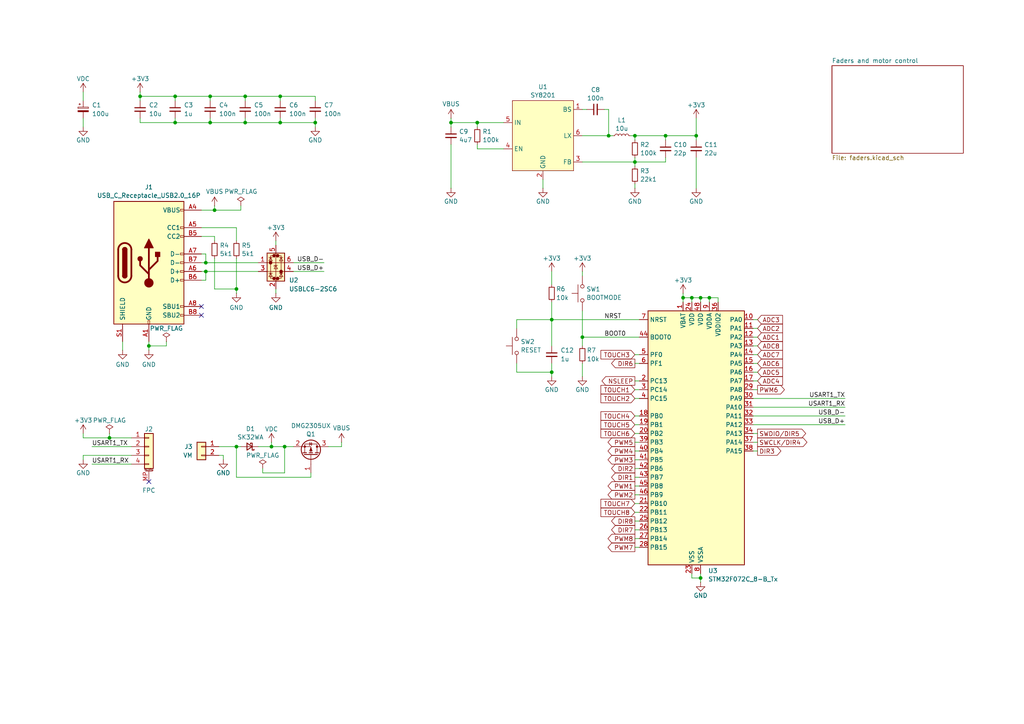
<source format=kicad_sch>
(kicad_sch (version 20231120) (generator "eeschema") (generator_version "8.0")
  (paper "A4")
  (lib_symbols
    (symbol "Connector:USB_C_Receptacle_USB2.0_16P" (pin_names (offset 1.016))
      (property "Reference" "J" (at 0 22.225 0))
      (property "Value" "USB_C_Receptacle_USB2.0_16P" (at 0 19.685 0))
      (symbol "USB_C_Receptacle_USB2.0_16P_0_0"
        (rectangle (start -0.254 -17.78) (end 0.254 -16.764))
        (rectangle (start 10.16 -14.986) (end 9.144 -15.494))
        (rectangle (start 10.16 -12.446) (end 9.144 -12.954))
        (rectangle (start 10.16 -4.826) (end 9.144 -5.334))
        (rectangle (start 10.16 -2.286) (end 9.144 -2.794))
        (rectangle (start 10.16 0.254) (end 9.144 -0.254))
        (rectangle (start 10.16 2.794) (end 9.144 2.286))
        (rectangle (start 10.16 7.874) (end 9.144 7.366))
        (rectangle (start 10.16 10.414) (end 9.144 9.906))
        (rectangle (start 10.16 15.494) (end 9.144 14.986))
      )
      (symbol "USB_C_Receptacle_USB2.0_16P_0_1"
        (rectangle (start -10.16 17.78) (end 10.16 -17.78) (stroke (width 0.254)) (fill (type background)))
        (arc (start -8.89 -3.81) (mid -6.985 -5.7067) (end -5.08 -3.81) (stroke (width 0.508)))
        (arc (start -7.62 -3.81) (mid -6.985 -4.4423) (end -6.35 -3.81) (stroke (width 0.254)))
        (arc (start -7.62 -3.81) (mid -6.985 -4.4423) (end -6.35 -3.81) (stroke (width 0.254)) (fill (type outline)))
        (rectangle (start -7.62 -3.81) (end -6.35 3.81) (stroke (width 0.254)) (fill (type outline)))
        (arc (start -6.35 3.81) (mid -6.985 4.4423) (end -7.62 3.81) (stroke (width 0.254)))
        (arc (start -6.35 3.81) (mid -6.985 4.4423) (end -7.62 3.81) (stroke (width 0.254)) (fill (type outline)))
        (arc (start -5.08 3.81) (mid -6.985 5.7067) (end -8.89 3.81) (stroke (width 0.508)))
        (circle (center -2.54 1.143) (radius 0.635) (stroke (width 0.254)) (fill (type outline)))
        (circle (center 0 -5.842) (radius 1.27) (fill (type outline)))
        (polyline (pts (xy -8.89 -3.81) (xy -8.89 3.81)) (stroke (width 0.508)))
        (polyline (pts (xy -5.08 3.81) (xy -5.08 -3.81)) (stroke (width 0.508)))
        (polyline (pts (xy 0 -5.842) (xy 0 4.318)) (stroke (width 0.508)))
        (polyline (pts (xy 0 -3.302) (xy -2.54 -0.762) (xy -2.54 0.508)) (stroke (width 0.508)))
        (polyline (pts (xy 0 -2.032) (xy 2.54 0.508) (xy 2.54 1.778)) (stroke (width 0.508)))
        (polyline (pts (xy -1.27 4.318) (xy 0 6.858) (xy 1.27 4.318) (xy -1.27 4.318)) (stroke (width 0.254)) (fill (type outline)))
        (rectangle (start 1.905 1.778) (end 3.175 3.048) (stroke (width 0.254)) (fill (type outline)))
      )
      (symbol "USB_C_Receptacle_USB2.0_16P_1_1"
        (pin passive line (at 0 -22.86 90) (length 5.08) (name "GND") (number "A1"))
        (pin passive line (at 0 -22.86 90) (length 5.08) hide (name "GND") (number "A12"))
        (pin passive line (at 15.24 15.24 180) (length 5.08) (name "VBUS") (number "A4"))
        (pin bidirectional line (at 15.24 10.16 180) (length 5.08) (name "CC1") (number "A5"))
        (pin bidirectional line (at 15.24 -2.54 180) (length 5.08) (name "D+") (number "A6"))
        (pin bidirectional line (at 15.24 2.54 180) (length 5.08) (name "D-") (number "A7"))
        (pin bidirectional line (at 15.24 -12.7 180) (length 5.08) (name "SBU1") (number "A8"))
        (pin passive line (at 15.24 15.24 180) (length 5.08) hide (name "VBUS") (number "A9"))
        (pin passive line (at 0 -22.86 90) (length 5.08) hide (name "GND") (number "B1"))
        (pin passive line (at 0 -22.86 90) (length 5.08) hide (name "GND") (number "B12"))
        (pin passive line (at 15.24 15.24 180) (length 5.08) hide (name "VBUS") (number "B4"))
        (pin bidirectional line (at 15.24 7.62 180) (length 5.08) (name "CC2") (number "B5"))
        (pin bidirectional line (at 15.24 -5.08 180) (length 5.08) (name "D+") (number "B6"))
        (pin bidirectional line (at 15.24 0 180) (length 5.08) (name "D-") (number "B7"))
        (pin bidirectional line (at 15.24 -15.24 180) (length 5.08) (name "SBU2") (number "B8"))
        (pin passive line (at 15.24 15.24 180) (length 5.08) hide (name "VBUS") (number "B9"))
        (pin passive line (at -7.62 -22.86 90) (length 5.08) (name "SHIELD") (number "S1"))
      )
    )
    (symbol "Connector_Generic:Conn_01x02" (pin_names (offset 1.016) hide)
      (property "Reference" "J" (at 0 2.54 0))
      (property "Value" "Conn_01x02" (at 0 -5.08 0))
      (symbol "Conn_01x02_1_1"
        (rectangle (start -1.27 -2.413) (end 0 -2.667) (stroke (width 0.1524)))
        (rectangle (start -1.27 0.127) (end 0 -0.127) (stroke (width 0.1524)))
        (rectangle (start -1.27 1.27) (end 1.27 -3.81) (stroke (width 0.254)) (fill (type background)))
        (pin passive line (at -5.08 0 0) (length 3.81) (name "Pin_1") (number "1"))
        (pin passive line (at -5.08 -2.54 0) (length 3.81) (name "Pin_2") (number "2"))
      )
    )
    (symbol "Connector_Generic_MountingPin:Conn_01x04_MountingPin" (pin_names (offset 1.016) hide)
      (property "Reference" "J" (at 0 5.08 0))
      (property "Value" "Conn_01x04_MountingPin" (at 1.27 -7.62 0))
      (symbol "Conn_01x04_MountingPin_1_1"
        (rectangle (start -1.27 -4.953) (end 0 -5.207) (stroke (width 0.1524)))
        (rectangle (start -1.27 -2.413) (end 0 -2.667) (stroke (width 0.1524)))
        (rectangle (start -1.27 0.127) (end 0 -0.127) (stroke (width 0.1524)))
        (rectangle (start -1.27 2.667) (end 0 2.413) (stroke (width 0.1524)))
        (rectangle (start -1.27 3.81) (end 1.27 -6.35) (stroke (width 0.254)) (fill (type background)))
        (polyline (pts (xy -1.016 -7.112) (xy 1.016 -7.112)) (stroke (width 0.1524)))
        (text "Mounting" (at 0 -6.731 0) (effects (font (size 0.381 0.381))))
        (pin passive line (at -5.08 2.54 0) (length 3.81) (name "Pin_1") (number "1"))
        (pin passive line (at -5.08 0 0) (length 3.81) (name "Pin_2") (number "2"))
        (pin passive line (at -5.08 -2.54 0) (length 3.81) (name "Pin_3") (number "3"))
        (pin passive line (at -5.08 -5.08 0) (length 3.81) (name "Pin_4") (number "4"))
        (pin passive line (at 0 -10.16 90) (length 3.048) (name "MountPin") (number "MP"))
      )
    )
    (symbol "Device:C_Polarized_Small" (pin_numbers hide) (pin_names (offset 0.254) hide)
      (property "Reference" "C" (at 0.254 1.778 0))
      (property "Value" "C_Polarized_Small" (at 0.254 -2.032 0))
      (symbol "C_Polarized_Small_0_1"
        (rectangle (start -1.524 -0.3048) (end 1.524 -0.6858) (fill (type outline)))
        (rectangle (start -1.524 0.6858) (end 1.524 0.3048))
        (polyline (pts (xy -1.27 1.524) (xy -0.762 1.524)))
        (polyline (pts (xy -1.016 1.27) (xy -1.016 1.778)))
      )
      (symbol "C_Polarized_Small_1_1"
        (pin passive line (at 0 2.54 270) (length 1.8542) (name "~") (number "1"))
        (pin passive line (at 0 -2.54 90) (length 1.8542) (name "~") (number "2"))
      )
    )
    (symbol "Device:C_Small" (pin_numbers hide) (pin_names (offset 0.254) hide)
      (property "Reference" "C" (at 0.254 1.778 0))
      (property "Value" "C_Small" (at 0.254 -2.032 0))
      (symbol "C_Small_0_1"
        (polyline (pts (xy -1.524 -0.508) (xy 1.524 -0.508)) (stroke (width 0.3302)))
        (polyline (pts (xy -1.524 0.508) (xy 1.524 0.508)) (stroke (width 0.3048)))
      )
      (symbol "C_Small_1_1"
        (pin passive line (at 0 2.54 270) (length 2.032) (name "~") (number "1"))
        (pin passive line (at 0 -2.54 90) (length 2.032) (name "~") (number "2"))
      )
    )
    (symbol "Device:D_Schottky_Small" (pin_numbers hide) (pin_names (offset 0.254) hide)
      (property "Reference" "D" (at -1.27 2.032 0))
      (property "Value" "D_Schottky_Small" (at -7.112 -2.032 0))
      (symbol "D_Schottky_Small_0_1"
        (polyline (pts (xy -0.762 0) (xy 0.762 0)))
        (polyline (pts (xy 0.762 -1.016) (xy -0.762 0) (xy 0.762 1.016) (xy 0.762 -1.016)) (stroke (width 0.254)))
        (polyline (pts (xy -1.27 0.762) (xy -1.27 1.016) (xy -0.762 1.016) (xy -0.762 -1.016) (xy -0.254 -1.016) (xy -0.254 -0.762)) (stroke (width 0.254)))
      )
      (symbol "D_Schottky_Small_1_1"
        (pin passive line (at -2.54 0 0) (length 1.778) (name "K") (number "1"))
        (pin passive line (at 2.54 0 180) (length 1.778) (name "A") (number "2"))
      )
    )
    (symbol "Device:L_Small" (pin_numbers hide) (pin_names (offset 0.254) hide)
      (property "Reference" "L" (at 0.762 1.016 0))
      (property "Value" "L_Small" (at 0.762 -1.016 0))
      (symbol "L_Small_0_1"
        (arc (start 0 -2.032) (mid 0.5058 -1.524) (end 0 -1.016))
        (arc (start 0 -1.016) (mid 0.5058 -0.508) (end 0 0))
        (arc (start 0 0) (mid 0.5058 0.508) (end 0 1.016))
        (arc (start 0 1.016) (mid 0.5058 1.524) (end 0 2.032))
      )
      (symbol "L_Small_1_1"
        (pin passive line (at 0 2.54 270) (length 0.508) (name "~") (number "1"))
        (pin passive line (at 0 -2.54 90) (length 0.508) (name "~") (number "2"))
      )
    )
    (symbol "Device:Q_PMOS_GSD" (pin_names (offset 0) hide)
      (property "Reference" "Q" (at 5.08 1.27 0))
      (property "Value" "Q_PMOS_GSD" (at 5.08 -1.27 0))
      (symbol "Q_PMOS_GSD_0_1"
        (polyline (pts (xy 0.254 0) (xy -2.54 0)))
        (polyline (pts (xy 0.254 1.905) (xy 0.254 -1.905)) (stroke (width 0.254)))
        (polyline (pts (xy 0.762 -1.27) (xy 0.762 -2.286)) (stroke (width 0.254)))
        (polyline (pts (xy 0.762 0.508) (xy 0.762 -0.508)) (stroke (width 0.254)))
        (polyline (pts (xy 0.762 2.286) (xy 0.762 1.27)) (stroke (width 0.254)))
        (polyline (pts (xy 2.54 2.54) (xy 2.54 1.778)))
        (polyline (pts (xy 2.54 -2.54) (xy 2.54 0) (xy 0.762 0)))
        (polyline (pts (xy 0.762 1.778) (xy 3.302 1.778) (xy 3.302 -1.778) (xy 0.762 -1.778)))
        (polyline (pts (xy 2.286 0) (xy 1.27 0.381) (xy 1.27 -0.381) (xy 2.286 0)) (fill (type outline)))
        (polyline (pts (xy 2.794 -0.508) (xy 2.921 -0.381) (xy 3.683 -0.381) (xy 3.81 -0.254)))
        (polyline (pts (xy 3.302 -0.381) (xy 2.921 0.254) (xy 3.683 0.254) (xy 3.302 -0.381)))
        (circle (center 1.651 0) (radius 2.794) (stroke (width 0.254)))
        (circle (center 2.54 -1.778) (radius 0.254) (fill (type outline)))
        (circle (center 2.54 1.778) (radius 0.254) (fill (type outline)))
      )
      (symbol "Q_PMOS_GSD_1_1"
        (pin input line (at -5.08 0 0) (length 2.54) (name "G") (number "1"))
        (pin passive line (at 2.54 -5.08 90) (length 2.54) (name "S") (number "2"))
        (pin passive line (at 2.54 5.08 270) (length 2.54) (name "D") (number "3"))
      )
    )
    (symbol "Device:R_Small" (pin_numbers hide) (pin_names (offset 0.254) hide)
      (property "Reference" "R" (at 0.762 0.508 0))
      (property "Value" "R_Small" (at 0.762 -1.016 0))
      (symbol "R_Small_0_1"
        (rectangle (start -0.762 1.778) (end 0.762 -1.778) (stroke (width 0.2032)))
      )
      (symbol "R_Small_1_1"
        (pin passive line (at 0 2.54 270) (length 0.762) (name "~") (number "1"))
        (pin passive line (at 0 -2.54 90) (length 0.762) (name "~") (number "2"))
      )
    )
    (symbol "MCU_ST_STM32F0:STM32F072C_8-B_Tx"
      (property "Reference" "U" (at -12.7 39.37 0))
      (property "Value" "STM32F072C_8-B_Tx" (at 10.16 39.37 0))
      (symbol "STM32F072C_8-B_Tx_0_1"
        (rectangle (start -12.7 -35.56) (end 15.24 38.1) (stroke (width 0.254)) (fill (type background)))
      )
      (symbol "STM32F072C_8-B_Tx_1_1"
        (pin power_in line (at -2.54 40.64 270) (length 2.54) (name "VBAT") (number "1"))
        (pin bidirectional line (at 17.78 35.56 180) (length 2.54) (name "PA0") (number "10"))
        (pin bidirectional line (at 17.78 33.02 180) (length 2.54) (name "PA1") (number "11"))
        (pin bidirectional line (at 17.78 30.48 180) (length 2.54) (name "PA2") (number "12"))
        (pin bidirectional line (at 17.78 27.94 180) (length 2.54) (name "PA3") (number "13"))
        (pin bidirectional line (at 17.78 25.4 180) (length 2.54) (name "PA4") (number "14"))
        (pin bidirectional line (at 17.78 22.86 180) (length 2.54) (name "PA5") (number "15"))
        (pin bidirectional line (at 17.78 20.32 180) (length 2.54) (name "PA6") (number "16"))
        (pin bidirectional line (at 17.78 17.78 180) (length 2.54) (name "PA7") (number "17"))
        (pin bidirectional line (at -15.24 7.62 0) (length 2.54) (name "PB0") (number "18"))
        (pin bidirectional line (at -15.24 5.08 0) (length 2.54) (name "PB1") (number "19"))
        (pin bidirectional line (at -15.24 17.78 0) (length 2.54) (name "PC13") (number "2"))
        (pin bidirectional line (at -15.24 2.54 0) (length 2.54) (name "PB2") (number "20"))
        (pin bidirectional line (at -15.24 -17.78 0) (length 2.54) (name "PB10") (number "21"))
        (pin bidirectional line (at -15.24 -20.32 0) (length 2.54) (name "PB11") (number "22"))
        (pin power_in line (at 0 -38.1 90) (length 2.54) (name "VSS") (number "23"))
        (pin power_in line (at 0 40.64 270) (length 2.54) (name "VDD") (number "24"))
        (pin bidirectional line (at -15.24 -22.86 0) (length 2.54) (name "PB12") (number "25"))
        (pin bidirectional line (at -15.24 -25.4 0) (length 2.54) (name "PB13") (number "26"))
        (pin bidirectional line (at -15.24 -27.94 0) (length 2.54) (name "PB14") (number "27"))
        (pin bidirectional line (at -15.24 -30.48 0) (length 2.54) (name "PB15") (number "28"))
        (pin bidirectional line (at 17.78 15.24 180) (length 2.54) (name "PA8") (number "29"))
        (pin bidirectional line (at -15.24 15.24 0) (length 2.54) (name "PC14") (number "3"))
        (pin bidirectional line (at 17.78 12.7 180) (length 2.54) (name "PA9") (number "30"))
        (pin bidirectional line (at 17.78 10.16 180) (length 2.54) (name "PA10") (number "31"))
        (pin bidirectional line (at 17.78 7.62 180) (length 2.54) (name "PA11") (number "32"))
        (pin bidirectional line (at 17.78 5.08 180) (length 2.54) (name "PA12") (number "33"))
        (pin bidirectional line (at 17.78 2.54 180) (length 2.54) (name "PA13") (number "34"))
        (pin passive line (at 0 -38.1 90) (length 2.54) hide (name "VSS") (number "35"))
        (pin power_in line (at 7.62 40.64 270) (length 2.54) (name "VDDIO2") (number "36"))
        (pin bidirectional line (at 17.78 0 180) (length 2.54) (name "PA14") (number "37"))
        (pin bidirectional line (at 17.78 -2.54 180) (length 2.54) (name "PA15") (number "38"))
        (pin bidirectional line (at -15.24 0 0) (length 2.54) (name "PB3") (number "39"))
        (pin bidirectional line (at -15.24 12.7 0) (length 2.54) (name "PC15") (number "4"))
        (pin bidirectional line (at -15.24 -2.54 0) (length 2.54) (name "PB4") (number "40"))
        (pin bidirectional line (at -15.24 -5.08 0) (length 2.54) (name "PB5") (number "41"))
        (pin bidirectional line (at -15.24 -7.62 0) (length 2.54) (name "PB6") (number "42"))
        (pin bidirectional line (at -15.24 -10.16 0) (length 2.54) (name "PB7") (number "43"))
        (pin input line (at -15.24 30.48 0) (length 2.54) (name "BOOT0") (number "44"))
        (pin bidirectional line (at -15.24 -12.7 0) (length 2.54) (name "PB8") (number "45"))
        (pin bidirectional line (at -15.24 -15.24 0) (length 2.54) (name "PB9") (number "46"))
        (pin passive line (at 0 -38.1 90) (length 2.54) hide (name "VSS") (number "47"))
        (pin power_in line (at 2.54 40.64 270) (length 2.54) (name "VDD") (number "48"))
        (pin bidirectional line (at -15.24 25.4 0) (length 2.54) (name "PF0") (number "5"))
        (pin bidirectional line (at -15.24 22.86 0) (length 2.54) (name "PF1") (number "6"))
        (pin input line (at -15.24 35.56 0) (length 2.54) (name "NRST") (number "7"))
        (pin power_in line (at 2.54 -38.1 90) (length 2.54) (name "VSSA") (number "8"))
        (pin power_in line (at 5.08 40.64 270) (length 2.54) (name "VDDA") (number "9"))
      )
    )
    (symbol "Power_Protection:USBLC6-2SC6" (pin_names hide)
      (property "Reference" "U" (at 0.635 5.715 0))
      (property "Value" "USBLC6-2SC6" (at 0.635 3.81 0))
      (symbol "USBLC6-2SC6_0_0"
        (circle (center -1.524 0) (radius 0.0001) (stroke (width 0.508)))
        (circle (center -0.508 -4.572) (radius 0.0001) (stroke (width 0.508)))
        (circle (center -0.508 2.032) (radius 0.0001) (stroke (width 0.508)))
        (circle (center 0.508 -4.572) (radius 0.0001) (stroke (width 0.508)))
        (circle (center 0.508 2.032) (radius 0.0001) (stroke (width 0.508)))
        (circle (center 1.524 -2.54) (radius 0.0001) (stroke (width 0.508)))
      )
      (symbol "USBLC6-2SC6_0_1"
        (polyline (pts (xy -2.54 -2.54) (xy 2.54 -2.54)))
        (polyline (pts (xy -2.54 0) (xy 2.54 0)))
        (polyline (pts (xy -2.032 -3.048) (xy -1.016 -3.048)))
        (polyline (pts (xy -1.016 1.524) (xy -2.032 1.524)))
        (polyline (pts (xy 1.016 -3.048) (xy 2.032 -3.048)))
        (polyline (pts (xy 1.016 1.524) (xy 2.032 1.524)))
        (polyline (pts (xy -0.508 -1.143) (xy -0.508 -0.762) (xy 0.508 -0.762)))
        (polyline (pts (xy -2.032 0.508) (xy -1.016 0.508) (xy -1.524 1.524) (xy -2.032 0.508)))
        (polyline (pts (xy -1.016 -4.064) (xy -2.032 -4.064) (xy -1.524 -3.048) (xy -1.016 -4.064)))
        (polyline (pts (xy 0.508 -1.778) (xy -0.508 -1.778) (xy 0 -0.762) (xy 0.508 -1.778)))
        (polyline (pts (xy 2.032 -4.064) (xy 1.016 -4.064) (xy 1.524 -3.048) (xy 2.032 -4.064)))
        (polyline (pts (xy 2.032 0.508) (xy 1.016 0.508) (xy 1.524 1.524) (xy 2.032 0.508)))
        (polyline (pts (xy 0 2.54) (xy -0.508 2.032) (xy 0.508 2.032) (xy 0 1.524) (xy 0 -4.064) (xy -0.508 -4.572) (xy 0.508 -4.572) (xy 0 -5.08)))
      )
      (symbol "USBLC6-2SC6_1_1"
        (rectangle (start -2.54 2.794) (end 2.54 -5.334) (stroke (width 0.254)) (fill (type background)))
        (polyline (pts (xy -0.508 2.032) (xy -1.524 2.032) (xy -1.524 -4.572) (xy -0.508 -4.572)))
        (polyline (pts (xy 0.508 -4.572) (xy 1.524 -4.572) (xy 1.524 2.032) (xy 0.508 2.032)))
        (pin passive line (at -5.08 0 0) (length 2.54) (name "I/O1") (number "1"))
        (pin passive line (at 0 -7.62 90) (length 2.54) (name "GND") (number "2"))
        (pin passive line (at -5.08 -2.54 0) (length 2.54) (name "I/O2") (number "3"))
        (pin passive line (at 5.08 -2.54 180) (length 2.54) (name "I/O2") (number "4"))
        (pin passive line (at 0 5.08 270) (length 2.54) (name "VBUS") (number "5"))
        (pin passive line (at 5.08 0 180) (length 2.54) (name "I/O1") (number "6"))
      )
    )
    (symbol "Switch:SW_Push" (pin_numbers hide) (pin_names (offset 1.016) hide)
      (property "Reference" "SW" (at 1.27 2.54 0))
      (property "Value" "SW_Push" (at 0 -1.524 0))
      (symbol "SW_Push_0_1"
        (circle (center -2.032 0) (radius 0.508))
        (polyline (pts (xy 0 1.27) (xy 0 3.048)))
        (polyline (pts (xy 2.54 1.27) (xy -2.54 1.27)))
        (circle (center 2.032 0) (radius 0.508))
        (pin passive line (at -5.08 0 0) (length 2.54) (name "1") (number "1"))
        (pin passive line (at 5.08 0 180) (length 2.54) (name "2") (number "2"))
      )
    )
    (symbol "lujoga:SY8201"
      (property "Reference" "U" (at 0 13.97 0))
      (property "Value" "SY8201" (at 0 11.43 0))
      (symbol "SY8201_0_0"
        (pin passive line (at 11.43 7.62 180) (length 2.54) (name "BS") (number "1"))
        (pin power_in line (at 0 -12.7 90) (length 2.54) (name "GND") (number "2"))
        (pin input line (at 11.43 -7.62 180) (length 2.54) (name "FB") (number "3"))
        (pin input line (at -11.43 -3.81 0) (length 2.54) (name "EN") (number "4"))
        (pin power_in line (at -11.43 3.81 0) (length 2.54) (name "IN") (number "5"))
        (pin passive line (at 11.43 0 180) (length 2.54) (name "LX") (number "6"))
      )
      (symbol "SY8201_1_1"
        (rectangle (start -8.89 10.16) (end 8.89 -10.16) (fill (type background)))
      )
    )
    (symbol "power:+3V3" (power) (pin_numbers hide) (pin_names (offset 0) hide)
      (property "Value" "+3V3" (at 0 3.556 0))
      (symbol "+3V3_0_1"
        (polyline (pts (xy -0.762 1.27) (xy 0 2.54)))
        (polyline (pts (xy 0 0) (xy 0 2.54)))
        (polyline (pts (xy 0 2.54) (xy 0.762 1.27)))
      )
      (symbol "+3V3_1_1"
        (pin power_in line (at 0 0 90) (length 0) (name "~") (number "1"))
      )
    )
    (symbol "power:GND" (power) (pin_numbers hide) (pin_names (offset 0) hide)
      (property "Value" "GND" (at 0 -3.81 0))
      (symbol "GND_0_1"
        (polyline (pts (xy 0 0) (xy 0 -1.27) (xy 1.27 -1.27) (xy 0 -2.54) (xy -1.27 -1.27) (xy 0 -1.27)))
      )
      (symbol "GND_1_1"
        (pin power_in line (at 0 0 270) (length 0) (name "~") (number "1"))
      )
    )
    (symbol "power:PWR_FLAG" (power) (pin_numbers hide) (pin_names (offset 0) hide)
      (property "Value" "PWR_FLAG" (at 0 3.81 0))
      (symbol "PWR_FLAG_0_0"
        (pin power_out line (at 0 0 90) (length 0) (name "~") (number "1"))
      )
      (symbol "PWR_FLAG_0_1"
        (polyline (pts (xy 0 0) (xy 0 1.27) (xy -1.016 1.905) (xy 0 2.54) (xy 1.016 1.905) (xy 0 1.27)))
      )
    )
    (symbol "power:VBUS" (power) (pin_numbers hide) (pin_names (offset 0) hide)
      (property "Value" "VBUS" (at 0 3.556 0))
      (symbol "VBUS_0_1"
        (polyline (pts (xy -0.762 1.27) (xy 0 2.54)))
        (polyline (pts (xy 0 0) (xy 0 2.54)))
        (polyline (pts (xy 0 2.54) (xy 0.762 1.27)))
      )
      (symbol "VBUS_1_1"
        (pin power_in line (at 0 0 90) (length 0) (name "~") (number "1"))
      )
    )
    (symbol "power:VDC" (power) (pin_numbers hide) (pin_names (offset 0) hide)
      (property "Value" "VDC" (at 0 3.556 0))
      (symbol "VDC_0_1"
        (polyline (pts (xy -0.762 1.27) (xy 0 2.54)))
        (polyline (pts (xy 0 0) (xy 0 2.54)))
        (polyline (pts (xy 0 2.54) (xy 0.762 1.27)))
      )
      (symbol "VDC_1_1"
        (pin power_in line (at 0 0 90) (length 0) (name "~") (number "1"))
      )
    )
  )
  (junction (at 184.15 46.99))
  (junction (at 198.12 86.36))
  (junction (at 82.55 129.54))
  (junction (at 60.96 27.94))
  (junction (at 91.44 35.56))
  (junction (at 184.15 39.37))
  (junction (at 193.04 39.37))
  (junction (at 62.23 60.96))
  (junction (at 81.28 35.56))
  (junction (at 50.8 35.56))
  (junction (at 201.93 39.37))
  (junction (at 43.18 100.33))
  (junction (at 81.28 27.94))
  (junction (at 68.58 83.82))
  (junction (at 205.74 86.36))
  (junction (at 31.75 127))
  (junction (at 59.69 78.74))
  (junction (at 203.2 167.64))
  (junction (at 176.53 39.37))
  (junction (at 203.2 86.36))
  (junction (at 50.8 27.94))
  (junction (at 160.02 107.95))
  (junction (at 68.58 129.54))
  (junction (at 168.91 97.79))
  (junction (at 71.12 35.56))
  (junction (at 59.69 76.2))
  (junction (at 160.02 92.71))
  (junction (at 200.66 86.36))
  (junction (at 40.64 27.94))
  (junction (at 71.12 27.94))
  (junction (at 130.81 35.56))
  (junction (at 78.74 129.54))
  (junction (at 138.43 35.56))
  (junction (at 60.96 35.56))
  (no_connect (at 58.42 91.44))
  (no_connect (at 43.18 139.7))
  (no_connect (at 58.42 88.9))
  (wire (pts (xy 64.77 132.08) (xy 64.77 133.35)))
  (wire (pts (xy 40.64 27.94) (xy 50.8 27.94)))
  (wire (pts (xy 31.75 125.73) (xy 31.75 127)))
  (wire (pts (xy 78.74 129.54) (xy 82.55 129.54)))
  (wire (pts (xy 168.91 97.79) (xy 168.91 100.33)))
  (wire (pts (xy 184.15 130.81) (xy 185.42 130.81)))
  (wire (pts (xy 71.12 34.29) (xy 71.12 35.56)))
  (wire (pts (xy 81.28 34.29) (xy 81.28 35.56)))
  (wire (pts (xy 81.28 35.56) (xy 91.44 35.56)))
  (wire (pts (xy 90.17 137.16) (xy 90.17 138.43)))
  (wire (pts (xy 149.86 105.41) (xy 149.86 107.95)))
  (wire (pts (xy 63.5 132.08) (xy 64.77 132.08)))
  (wire (pts (xy 149.86 107.95) (xy 160.02 107.95)))
  (wire (pts (xy 68.58 129.54) (xy 69.85 129.54)))
  (wire (pts (xy 184.15 148.59) (xy 185.42 148.59)))
  (wire (pts (xy 184.15 105.41) (xy 185.42 105.41)))
  (wire (pts (xy 58.42 78.74) (xy 59.69 78.74)))
  (wire (pts (xy 193.04 39.37) (xy 201.93 39.37)))
  (wire (pts (xy 62.23 59.69) (xy 62.23 60.96)))
  (wire (pts (xy 31.75 127) (xy 38.1 127)))
  (wire (pts (xy 99.06 128.27) (xy 99.06 129.54)))
  (wire (pts (xy 58.42 66.04) (xy 68.58 66.04)))
  (wire (pts (xy 81.28 27.94) (xy 91.44 27.94)))
  (wire (pts (xy 24.13 26.67) (xy 24.13 29.21)))
  (wire (pts (xy 203.2 86.36) (xy 203.2 87.63)))
  (wire (pts (xy 48.26 99.06) (xy 48.26 100.33)))
  (wire (pts (xy 218.44 113.03) (xy 219.71 113.03)))
  (wire (pts (xy 184.15 151.13) (xy 185.42 151.13)))
  (wire (pts (xy 203.2 166.37) (xy 203.2 167.64)))
  (wire (pts (xy 201.93 45.72) (xy 201.93 54.61)))
  (wire (pts (xy 85.09 76.2) (xy 93.98 76.2)))
  (wire (pts (xy 130.81 35.56) (xy 130.81 36.83)))
  (wire (pts (xy 58.42 60.96) (xy 62.23 60.96)))
  (wire (pts (xy 91.44 34.29) (xy 91.44 35.56)))
  (wire (pts (xy 62.23 68.58) (xy 62.23 69.85)))
  (wire (pts (xy 184.15 115.57) (xy 185.42 115.57)))
  (wire (pts (xy 201.93 39.37) (xy 201.93 34.29)))
  (wire (pts (xy 184.15 113.03) (xy 185.42 113.03)))
  (wire (pts (xy 78.74 128.27) (xy 78.74 129.54)))
  (wire (pts (xy 203.2 167.64) (xy 203.2 168.91)))
  (wire (pts (xy 130.81 35.56) (xy 138.43 35.56)))
  (wire (pts (xy 43.18 100.33) (xy 43.18 101.6)))
  (wire (pts (xy 82.55 137.16) (xy 82.55 129.54)))
  (wire (pts (xy 50.8 35.56) (xy 60.96 35.56)))
  (wire (pts (xy 68.58 138.43) (xy 90.17 138.43)))
  (wire (pts (xy 184.15 125.73) (xy 185.42 125.73)))
  (wire (pts (xy 76.2 135.89) (xy 76.2 137.16)))
  (wire (pts (xy 208.28 87.63) (xy 208.28 86.36)))
  (wire (pts (xy 198.12 86.36) (xy 200.66 86.36)))
  (wire (pts (xy 58.42 73.66) (xy 59.69 73.66)))
  (wire (pts (xy 62.23 60.96) (xy 69.85 60.96)))
  (wire (pts (xy 68.58 66.04) (xy 68.58 69.85)))
  (wire (pts (xy 68.58 85.09) (xy 68.58 83.82)))
  (wire (pts (xy 24.13 125.73) (xy 24.13 127)))
  (wire (pts (xy 82.55 129.54) (xy 85.09 129.54)))
  (wire (pts (xy 184.15 46.99) (xy 184.15 48.26)))
  (wire (pts (xy 60.96 35.56) (xy 71.12 35.56)))
  (wire (pts (xy 138.43 43.18) (xy 146.05 43.18)))
  (wire (pts (xy 85.09 78.74) (xy 93.98 78.74)))
  (wire (pts (xy 193.04 39.37) (xy 193.04 40.64)))
  (wire (pts (xy 62.23 74.93) (xy 62.23 83.82)))
  (wire (pts (xy 182.88 39.37) (xy 184.15 39.37)))
  (wire (pts (xy 168.91 97.79) (xy 185.42 97.79)))
  (wire (pts (xy 184.15 138.43) (xy 185.42 138.43)))
  (wire (pts (xy 24.13 127) (xy 31.75 127)))
  (wire (pts (xy 71.12 27.94) (xy 71.12 29.21)))
  (wire (pts (xy 184.15 45.72) (xy 184.15 46.99)))
  (wire (pts (xy 168.91 46.99) (xy 184.15 46.99)))
  (wire (pts (xy 59.69 76.2) (xy 74.93 76.2)))
  (wire (pts (xy 160.02 92.71) (xy 149.86 92.71)))
  (wire (pts (xy 80.01 83.82) (xy 80.01 85.09)))
  (wire (pts (xy 205.74 86.36) (xy 205.74 87.63)))
  (wire (pts (xy 203.2 86.36) (xy 205.74 86.36)))
  (wire (pts (xy 60.96 27.94) (xy 60.96 29.21)))
  (wire (pts (xy 184.15 39.37) (xy 184.15 40.64)))
  (wire (pts (xy 184.15 135.89) (xy 185.42 135.89)))
  (wire (pts (xy 184.15 128.27) (xy 185.42 128.27)))
  (wire (pts (xy 160.02 105.41) (xy 160.02 107.95)))
  (wire (pts (xy 184.15 123.19) (xy 185.42 123.19)))
  (wire (pts (xy 184.15 120.65) (xy 185.42 120.65)))
  (wire (pts (xy 200.66 86.36) (xy 203.2 86.36)))
  (wire (pts (xy 59.69 81.28) (xy 59.69 78.74)))
  (wire (pts (xy 138.43 35.56) (xy 138.43 36.83)))
  (wire (pts (xy 168.91 90.17) (xy 168.91 97.79)))
  (wire (pts (xy 168.91 31.75) (xy 170.18 31.75)))
  (wire (pts (xy 130.81 34.29) (xy 130.81 35.56)))
  (wire (pts (xy 218.44 95.25) (xy 219.71 95.25)))
  (wire (pts (xy 160.02 87.63) (xy 160.02 92.71)))
  (wire (pts (xy 24.13 132.08) (xy 24.13 133.35)))
  (wire (pts (xy 176.53 31.75) (xy 176.53 39.37)))
  (wire (pts (xy 184.15 39.37) (xy 193.04 39.37)))
  (wire (pts (xy 218.44 125.73) (xy 219.71 125.73)))
  (wire (pts (xy 160.02 107.95) (xy 160.02 109.22)))
  (wire (pts (xy 184.15 140.97) (xy 185.42 140.97)))
  (wire (pts (xy 205.74 86.36) (xy 208.28 86.36)))
  (wire (pts (xy 69.85 59.69) (xy 69.85 60.96)))
  (wire (pts (xy 184.15 146.05) (xy 185.42 146.05)))
  (wire (pts (xy 68.58 138.43) (xy 68.58 129.54)))
  (wire (pts (xy 71.12 35.56) (xy 81.28 35.56)))
  (wire (pts (xy 50.8 34.29) (xy 50.8 35.56)))
  (wire (pts (xy 26.67 129.54) (xy 38.1 129.54)))
  (wire (pts (xy 50.8 27.94) (xy 50.8 29.21)))
  (wire (pts (xy 184.15 143.51) (xy 185.42 143.51)))
  (wire (pts (xy 160.02 92.71) (xy 160.02 100.33)))
  (wire (pts (xy 40.64 35.56) (xy 50.8 35.56)))
  (wire (pts (xy 184.15 53.34) (xy 184.15 54.61)))
  (wire (pts (xy 198.12 86.36) (xy 198.12 87.63)))
  (wire (pts (xy 149.86 92.71) (xy 149.86 95.25)))
  (wire (pts (xy 218.44 100.33) (xy 219.71 100.33)))
  (wire (pts (xy 218.44 110.49) (xy 219.71 110.49)))
  (wire (pts (xy 218.44 105.41) (xy 219.71 105.41)))
  (wire (pts (xy 59.69 76.2) (xy 59.69 73.66)))
  (wire (pts (xy 40.64 34.29) (xy 40.64 35.56)))
  (wire (pts (xy 218.44 115.57) (xy 245.11 115.57)))
  (wire (pts (xy 200.66 166.37) (xy 200.66 167.64)))
  (wire (pts (xy 43.18 99.06) (xy 43.18 100.33)))
  (wire (pts (xy 168.91 105.41) (xy 168.91 109.22)))
  (wire (pts (xy 58.42 76.2) (xy 59.69 76.2)))
  (wire (pts (xy 35.56 99.06) (xy 35.56 101.6)))
  (wire (pts (xy 40.64 26.67) (xy 40.64 27.94)))
  (wire (pts (xy 24.13 132.08) (xy 38.1 132.08)))
  (wire (pts (xy 185.42 92.71) (xy 160.02 92.71)))
  (wire (pts (xy 63.5 129.54) (xy 68.58 129.54)))
  (wire (pts (xy 218.44 130.81) (xy 219.71 130.81)))
  (wire (pts (xy 130.81 41.91) (xy 130.81 54.61)))
  (wire (pts (xy 50.8 27.94) (xy 60.96 27.94)))
  (wire (pts (xy 58.42 68.58) (xy 62.23 68.58)))
  (wire (pts (xy 218.44 107.95) (xy 219.71 107.95)))
  (wire (pts (xy 218.44 92.71) (xy 219.71 92.71)))
  (wire (pts (xy 176.53 39.37) (xy 177.8 39.37)))
  (wire (pts (xy 184.15 110.49) (xy 185.42 110.49)))
  (wire (pts (xy 68.58 74.93) (xy 68.58 83.82)))
  (wire (pts (xy 76.2 137.16) (xy 82.55 137.16)))
  (wire (pts (xy 81.28 27.94) (xy 81.28 29.21)))
  (wire (pts (xy 60.96 27.94) (xy 71.12 27.94)))
  (wire (pts (xy 218.44 120.65) (xy 245.11 120.65)))
  (wire (pts (xy 201.93 39.37) (xy 201.93 40.64)))
  (wire (pts (xy 168.91 78.74) (xy 168.91 80.01)))
  (wire (pts (xy 184.15 102.87) (xy 185.42 102.87)))
  (wire (pts (xy 60.96 34.29) (xy 60.96 35.56)))
  (wire (pts (xy 91.44 29.21) (xy 91.44 27.94)))
  (wire (pts (xy 58.42 81.28) (xy 59.69 81.28)))
  (wire (pts (xy 138.43 35.56) (xy 146.05 35.56)))
  (wire (pts (xy 184.15 158.75) (xy 185.42 158.75)))
  (wire (pts (xy 157.48 52.07) (xy 157.48 54.61)))
  (wire (pts (xy 80.01 69.85) (xy 80.01 71.12)))
  (wire (pts (xy 184.15 133.35) (xy 185.42 133.35)))
  (wire (pts (xy 184.15 153.67) (xy 185.42 153.67)))
  (wire (pts (xy 74.93 129.54) (xy 78.74 129.54)))
  (wire (pts (xy 198.12 85.09) (xy 198.12 86.36)))
  (wire (pts (xy 40.64 27.94) (xy 40.64 29.21)))
  (wire (pts (xy 68.58 83.82) (xy 62.23 83.82)))
  (wire (pts (xy 200.66 167.64) (xy 203.2 167.64)))
  (wire (pts (xy 99.06 129.54) (xy 95.25 129.54)))
  (wire (pts (xy 168.91 39.37) (xy 176.53 39.37)))
  (wire (pts (xy 184.15 156.21) (xy 185.42 156.21)))
  (wire (pts (xy 218.44 128.27) (xy 219.71 128.27)))
  (wire (pts (xy 160.02 78.74) (xy 160.02 82.55)))
  (wire (pts (xy 193.04 45.72) (xy 193.04 46.99)))
  (wire (pts (xy 218.44 102.87) (xy 219.71 102.87)))
  (wire (pts (xy 48.26 100.33) (xy 43.18 100.33)))
  (wire (pts (xy 138.43 41.91) (xy 138.43 43.18)))
  (wire (pts (xy 218.44 97.79) (xy 219.71 97.79)))
  (wire (pts (xy 218.44 118.11) (xy 245.11 118.11)))
  (wire (pts (xy 200.66 86.36) (xy 200.66 87.63)))
  (wire (pts (xy 175.26 31.75) (xy 176.53 31.75)))
  (wire (pts (xy 24.13 34.29) (xy 24.13 36.83)))
  (wire (pts (xy 193.04 46.99) (xy 184.15 46.99)))
  (wire (pts (xy 91.44 35.56) (xy 91.44 36.83)))
  (wire (pts (xy 71.12 27.94) (xy 81.28 27.94)))
  (wire (pts (xy 59.69 78.74) (xy 74.93 78.74)))
  (wire (pts (xy 26.67 134.62) (xy 38.1 134.62)))
  (wire (pts (xy 218.44 123.19) (xy 245.11 123.19)))
  (label "BOOT0" (at 175.26 97.79 0))
  (label "NRST" (at 175.26 92.71 0))
  (label "USART1_RX" (at 245.11 118.11 180))
  (label "USB_D+" (at 93.98 78.74 180))
  (label "USART1_RX" (at 26.67 134.62 0))
  (label "USART1_TX" (at 26.67 129.54 0))
  (label "USB_D-" (at 245.11 120.65 180))
  (label "USB_D+" (at 245.11 123.19 180))
  (label "USB_D-" (at 93.98 76.2 180))
  (label "USART1_TX" (at 245.11 115.57 180))
  (global_label "TOUCH6" (shape input) (at 184.15 125.73 180) (property "Intersheetrefs" "${INTERSHEET_REFS}" (effects (hide yes))))
  (global_label "ADC3" (shape input) (at 219.71 92.71 0) (property "Intersheetrefs" "${INTERSHEET_REFS}" (effects (hide yes))))
  (global_label "ADC4" (shape input) (at 219.71 110.49 0) (property "Intersheetrefs" "${INTERSHEET_REFS}" (effects (hide yes))))
  (global_label "DIR3" (shape output) (at 219.71 130.81 0) (property "Intersheetrefs" "${INTERSHEET_REFS}" (effects (hide yes))))
  (global_label "ADC2" (shape input) (at 219.71 95.25 0) (property "Intersheetrefs" "${INTERSHEET_REFS}" (effects (hide yes))))
  (global_label "ADC8" (shape input) (at 219.71 100.33 0) (property "Intersheetrefs" "${INTERSHEET_REFS}" (effects (hide yes))))
  (global_label "ADC5" (shape input) (at 219.71 107.95 0) (property "Intersheetrefs" "${INTERSHEET_REFS}" (effects (hide yes))))
  (global_label "PWM1" (shape output) (at 184.15 140.97 180) (property "Intersheetrefs" "${INTERSHEET_REFS}" (effects (hide yes))))
  (global_label "DIR8" (shape output) (at 184.15 151.13 180) (property "Intersheetrefs" "${INTERSHEET_REFS}" (effects (hide yes))))
  (global_label "PWM3" (shape output) (at 184.15 133.35 180) (property "Intersheetrefs" "${INTERSHEET_REFS}" (effects (hide yes))))
  (global_label "ADC7" (shape input) (at 219.71 102.87 0) (property "Intersheetrefs" "${INTERSHEET_REFS}" (effects (hide yes))))
  (global_label "TOUCH5" (shape input) (at 184.15 123.19 180) (property "Intersheetrefs" "${INTERSHEET_REFS}" (effects (hide yes))))
  (global_label "TOUCH2" (shape input) (at 184.15 115.57 180) (property "Intersheetrefs" "${INTERSHEET_REFS}" (effects (hide yes))))
  (global_label "ADC6" (shape input) (at 219.71 105.41 0) (property "Intersheetrefs" "${INTERSHEET_REFS}" (effects (hide yes))))
  (global_label "TOUCH4" (shape input) (at 184.15 120.65 180) (property "Intersheetrefs" "${INTERSHEET_REFS}" (effects (hide yes))))
  (global_label "SWDIO{slash}DIR5" (shape output) (at 219.71 125.73 0) (property "Intersheetrefs" "${INTERSHEET_REFS}" (effects (hide yes))))
  (global_label "PWM6" (shape output) (at 219.71 113.03 0) (property "Intersheetrefs" "${INTERSHEET_REFS}" (effects (hide yes))))
  (global_label "DIR2" (shape output) (at 184.15 135.89 180) (property "Intersheetrefs" "${INTERSHEET_REFS}" (effects (hide yes))))
  (global_label "PWM5" (shape output) (at 184.15 128.27 180) (property "Intersheetrefs" "${INTERSHEET_REFS}" (effects (hide yes))))
  (global_label "TOUCH7" (shape input) (at 184.15 146.05 180) (property "Intersheetrefs" "${INTERSHEET_REFS}" (effects (hide yes))))
  (global_label "TOUCH3" (shape input) (at 184.15 102.87 180) (property "Intersheetrefs" "${INTERSHEET_REFS}" (effects (hide yes))))
  (global_label "PWM7" (shape output) (at 184.15 158.75 180) (property "Intersheetrefs" "${INTERSHEET_REFS}" (effects (hide yes))))
  (global_label "SWCLK{slash}DIR4" (shape output) (at 219.71 128.27 0) (property "Intersheetrefs" "${INTERSHEET_REFS}" (effects (hide yes))))
  (global_label "PWM8" (shape output) (at 184.15 156.21 180) (property "Intersheetrefs" "${INTERSHEET_REFS}" (effects (hide yes))))
  (global_label "DIR1" (shape output) (at 184.15 138.43 180) (property "Intersheetrefs" "${INTERSHEET_REFS}" (effects (hide yes))))
  (global_label "DIR7" (shape output) (at 184.15 153.67 180) (property "Intersheetrefs" "${INTERSHEET_REFS}" (effects (hide yes))))
  (global_label "NSLEEP" (shape output) (at 184.15 110.49 180) (property "Intersheetrefs" "${INTERSHEET_REFS}" (effects (hide yes))))
  (global_label "DIR6" (shape output) (at 184.15 105.41 180) (property "Intersheetrefs" "${INTERSHEET_REFS}" (effects (hide yes))))
  (global_label "TOUCH8" (shape input) (at 184.15 148.59 180) (property "Intersheetrefs" "${INTERSHEET_REFS}" (effects (hide yes))))
  (global_label "ADC1" (shape input) (at 219.71 97.79 0) (property "Intersheetrefs" "${INTERSHEET_REFS}" (effects (hide yes))))
  (global_label "TOUCH1" (shape input) (at 184.15 113.03 180) (property "Intersheetrefs" "${INTERSHEET_REFS}" (effects (hide yes))))
  (global_label "PWM2" (shape output) (at 184.15 143.51 180) (property "Intersheetrefs" "${INTERSHEET_REFS}" (effects (hide yes))))
  (global_label "PWM4" (shape output) (at 184.15 130.81 180) (property "Intersheetrefs" "${INTERSHEET_REFS}" (effects (hide yes))))
  (symbol (lib_id "power:PWR_FLAG") (at 69.85 59.69 0) (unit 1)
    (property "Reference" "#FLG01" (effects (hide yes)))
    (property "Value" "PWR_FLAG" (at 69.85 55.5569 0))
    (property "Description" "Special symbol for telling ERC where power comes from" (effects (hide yes)))
  )
  (symbol (lib_id "Connector_Generic_MountingPin:Conn_01x04_MountingPin") (at 43.18 129.54 0) (unit 1)
    (property "Reference" "J2" (at 43.18 124.46 0))
    (property "Value" "FPC" (at 43.18 142.24 0))
    (property "Footprint" "faderboard:Jushuo_AFC01-S04FCx-00_1x04-1MP_P0.50mm_Horizontal" (effects (hide yes)))
    (property "Description" "Generic connectable mounting pin connector, single row, 01x04, script generated (kicad-library-utils/schlib/autogen/connector/)" (effects (hide yes)))
  )
  (symbol (lib_id "Switch:SW_Push") (at 168.91 85.09 90) (unit 1)
    (property "Reference" "SW1" (at 170.053 83.8778 90) (effects (justify right)))
    (property "Value" "BOOTMODE" (at 170.053 86.3021 90) (effects (justify right)))
    (property "Footprint" "faderboard:SW_Push_SPST_NO_XKB_TS-1187A-X-X-X" (effects (hide yes)))
    (property "Description" "Push button switch, generic, two pins" (effects (hide yes)))
  )
  (symbol (lib_id "Device:C_Small") (at 60.96 31.75 0) (unit 1)
    (property "Reference" "C4" (at 63.5 30.48 0) (effects (justify left)))
    (property "Value" "100n" (at 63.5 33.02 0) (effects (justify left)))
    (property "Footprint" "Capacitor_SMD:C_0402_1005Metric" (effects (hide yes)))
  )
  (symbol (lib_id "Device:C_Small") (at 50.8 31.75 0) (unit 1)
    (property "Reference" "C3" (at 53.34 30.48 0) (effects (justify left)))
    (property "Value" "1u" (at 53.34 33.02 0) (effects (justify left)))
    (property "Footprint" "Capacitor_SMD:C_0402_1005Metric" (effects (hide yes)))
  )
  (symbol (lib_id "Device:C_Small") (at 91.44 31.75 0) (unit 1)
    (property "Reference" "C7" (at 93.98 30.48 0) (effects (justify left)))
    (property "Value" "100n" (at 93.98 33.02 0) (effects (justify left)))
    (property "Footprint" "Capacitor_SMD:C_0402_1005Metric" (effects (hide yes)))
  )
  (symbol (lib_id "Device:R_Small") (at 168.91 102.87 0) (unit 1)
    (property "Reference" "R7" (at 170.18 101.6 0) (effects (justify left)))
    (property "Value" "10k" (at 170.18 104.14 0) (effects (justify left)))
    (property "Footprint" "Resistor_SMD:R_0402_1005Metric" (effects (hide yes)))
  )
  (symbol (lib_id "power:+3V3") (at 160.02 78.74 0) (unit 1)
    (property "Reference" "#PWR013" (effects (hide yes)))
    (property "Value" "+3V3" (at 160.02 74.93 0))
    (property "Description" "Power symbol creates a global label with name \"+3V3\"" (effects (hide yes)))
  )
  (symbol (lib_id "Device:C_Polarized_Small") (at 24.13 31.75 0) (unit 1)
    (property "Reference" "C1" (at 26.67 30.48 0) (effects (justify left)))
    (property "Value" "100u" (at 26.67 33.02 0) (effects (justify left)))
    (property "Footprint" "Capacitor_SMD:CP_Elec_6.3x7.7" (effects (hide yes)))
  )
  (symbol (lib_id "power:GND") (at 80.01 85.09 0) (unit 1)
    (property "Reference" "#PWR017" (effects (hide yes)))
    (property "Value" "GND" (at 80.01 89.2231 0))
    (property "Description" "Power symbol creates a global label with name \"GND\" , ground" (effects (hide yes)))
  )
  (symbol (lib_id "Device:Q_PMOS_GSD") (at 90.17 132.08 270) (mirror x) (unit 1)
    (property "Reference" "Q1" (at 90.17 125.9149 90))
    (property "Value" "DMG2305UX" (at 90.17 123.4906 90))
    (property "Footprint" "Package_TO_SOT_SMD:SOT-23" (effects (hide yes)))
    (property "Description" "P-MOSFET transistor, gate/source/drain" (effects (hide yes)))
  )
  (symbol (lib_id "power:GND") (at 68.58 85.09 0) (unit 1)
    (property "Reference" "#PWR016" (effects (hide yes)))
    (property "Value" "GND" (at 68.58 89.2231 0))
    (property "Description" "Power symbol creates a global label with name \"GND\" , ground" (effects (hide yes)))
  )
  (symbol (lib_id "Device:L_Small") (at 180.34 39.37 90) (unit 1)
    (property "Reference" "L1" (at 180.34 34.8467 90))
    (property "Value" "10u" (at 180.34 37.271 90))
    (property "Footprint" "Inductor_SMD:L_Sunlord_SWPA252012S" (effects (hide yes)))
    (property "Description" "Inductor, small symbol" (effects (hide yes)))
  )
  (symbol (lib_id "Device:R_Small") (at 68.58 72.39 0) (unit 1)
    (property "Reference" "R5" (at 70.0786 71.1778 0) (effects (justify left)))
    (property "Value" "5k1" (at 70.0786 73.6021 0) (effects (justify left)))
    (property "Footprint" "Resistor_SMD:R_0402_1005Metric" (effects (hide yes)))
    (property "Description" "Resistor, small symbol" (effects (hide yes)))
  )
  (symbol (lib_id "Device:R_Small") (at 138.43 39.37 0) (unit 1)
    (property "Reference" "R1" (at 139.9286 38.1578 0) (effects (justify left)))
    (property "Value" "100k" (at 139.9286 40.5821 0) (effects (justify left)))
    (property "Footprint" "Resistor_SMD:R_0402_1005Metric" (effects (hide yes)))
    (property "Description" "Resistor, small symbol" (effects (hide yes)))
  )
  (symbol (lib_id "power:PWR_FLAG") (at 31.75 125.73 0) (unit 1)
    (property "Reference" "#FLG03" (effects (hide yes)))
    (property "Value" "PWR_FLAG" (at 31.75 121.92 0))
    (property "Description" "Special symbol for telling ERC where power comes from" (effects (hide yes)))
  )
  (symbol (lib_id "power:GND") (at 24.13 133.35 0) (unit 1)
    (property "Reference" "#PWR097" (effects (hide yes)))
    (property "Value" "GND" (at 24.13 137.16 0))
    (property "Description" "Power symbol creates a global label with name \"GND\" , ground" (effects (hide yes)))
  )
  (symbol (lib_id "Device:C_Small") (at 160.02 102.87 0) (unit 1)
    (property "Reference" "C12" (at 162.56 101.6 0) (effects (justify left)))
    (property "Value" "1u" (at 162.56 104.14 0) (effects (justify left)))
    (property "Footprint" "Capacitor_SMD:C_0402_1005Metric" (effects (hide yes)))
  )
  (symbol (lib_id "Power_Protection:USBLC6-2SC6") (at 80.01 76.2 0) (unit 1)
    (property "Reference" "U2" (at 83.82 81.28 0) (effects (justify left)))
    (property "Value" "USBLC6-2SC6" (at 83.82 83.82 0) (effects (justify left)))
    (property "Footprint" "Package_TO_SOT_SMD:SOT-23-6" (effects (hide yes)))
    (property "Datasheet" "https://www.st.com/resource/en/datasheet/usblc6-2.pdf" (effects (hide yes)))
    (property "Description" "Very low capacitance ESD protection diode, 2 data-line, SOT-23-6" (effects (hide yes)))
  )
  (symbol (lib_id "Device:C_Small") (at 71.12 31.75 0) (unit 1)
    (property "Reference" "C5" (at 73.66 30.48 0) (effects (justify left)))
    (property "Value" "100n" (at 73.66 33.02 0) (effects (justify left)))
    (property "Footprint" "Capacitor_SMD:C_0402_1005Metric" (effects (hide yes)))
  )
  (symbol (lib_id "power:GND") (at 43.18 101.6 0) (unit 1)
    (property "Reference" "#PWR020" (effects (hide yes)))
    (property "Value" "GND" (at 43.18 105.7331 0))
    (property "Description" "Power symbol creates a global label with name \"GND\" , ground" (effects (hide yes)))
  )
  (symbol (lib_id "power:PWR_FLAG") (at 76.2 135.89 0) (unit 1)
    (property "Reference" "#FLG04" (effects (hide yes)))
    (property "Value" "PWR_FLAG" (at 76.2 132.08 0))
    (property "Description" "Special symbol for telling ERC where power comes from" (effects (hide yes)))
  )
  (symbol (lib_id "Device:C_Small") (at 193.04 43.18 0) (unit 1)
    (property "Reference" "C10" (at 195.3641 41.9741 0) (effects (justify left)))
    (property "Value" "22p" (at 195.3641 44.3984 0) (effects (justify left)))
    (property "Footprint" "Capacitor_SMD:C_0402_1005Metric" (effects (hide yes)))
    (property "Description" "Unpolarized capacitor, small symbol" (effects (hide yes)))
  )
  (symbol (lib_id "lujoga:SY8201") (at 157.48 39.37 0) (unit 1)
    (property "Reference" "U1" (at 157.48 25.1925 0))
    (property "Value" "SY8201" (at 157.48 27.6168 0))
    (property "Footprint" "Package_TO_SOT_SMD:SOT-23-6" (effects (hide yes)))
    (property "Datasheet" "https://wmsc.lcsc.com/wmsc/upload/file/pdf/v2/lcsc/1810161442_Silergy-Corp-SY8201ABC_C108052.pdf" (effects (hide yes)))
    (property "Description" "1A, 27V input, Synchronous Step-Down Voltage Regulator, SOT-23-6" (effects (hide yes)))
  )
  (symbol (lib_id "power:+3V3") (at 201.93 34.29 0) (unit 1)
    (property "Reference" "#PWR04" (effects (hide yes)))
    (property "Value" "+3V3" (at 201.93 30.48 0))
    (property "Description" "Power symbol creates a global label with name \"+3V3\"" (effects (hide yes)))
  )
  (symbol (lib_id "power:GND") (at 201.93 54.61 0) (unit 1)
    (property "Reference" "#PWR010" (effects (hide yes)))
    (property "Value" "GND" (at 201.93 58.42 0))
    (property "Description" "Power symbol creates a global label with name \"GND\" , ground" (effects (hide yes)))
  )
  (symbol (lib_id "power:GND") (at 91.44 36.83 0) (unit 1)
    (property "Reference" "#PWR06" (effects (hide yes)))
    (property "Value" "GND" (at 91.44 40.64 0))
    (property "Description" "Power symbol creates a global label with name \"GND\" , ground" (effects (hide yes)))
  )
  (symbol (lib_id "Device:C_Small") (at 172.72 31.75 90) (unit 1)
    (property "Reference" "C8" (at 172.7263 26.0434 90))
    (property "Value" "100n" (at 172.7263 28.4677 90))
    (property "Footprint" "Capacitor_SMD:C_0402_1005Metric" (effects (hide yes)))
    (property "Description" "Unpolarized capacitor, small symbol" (effects (hide yes)))
  )
  (symbol (lib_id "Device:C_Small") (at 81.28 31.75 0) (unit 1)
    (property "Reference" "C6" (at 83.82 30.48 0) (effects (justify left)))
    (property "Value" "100n" (at 83.82 33.02 0) (effects (justify left)))
    (property "Footprint" "Capacitor_SMD:C_0402_1005Metric" (effects (hide yes)))
  )
  (symbol (lib_id "power:+3V3") (at 40.64 26.67 0) (unit 1)
    (property "Reference" "#PWR02" (effects (hide yes)))
    (property "Value" "+3V3" (at 40.64 22.86 0))
    (property "Description" "Power symbol creates a global label with name \"+3V3\"" (effects (hide yes)))
  )
  (symbol (lib_id "power:+3V3") (at 198.12 85.09 0) (unit 1)
    (property "Reference" "#PWR018" (effects (hide yes)))
    (property "Value" "+3V3" (at 198.12 81.28 0))
    (property "Description" "Power symbol creates a global label with name \"+3V3\"" (effects (hide yes)))
  )
  (symbol (lib_id "power:+3V3") (at 24.13 125.73 0) (unit 1)
    (property "Reference" "#PWR094" (effects (hide yes)))
    (property "Value" "+3V3" (at 24.13 121.92 0))
    (property "Description" "Power symbol creates a global label with name \"+3V3\"" (effects (hide yes)))
  )
  (symbol (lib_id "power:GND") (at 157.48 54.61 0) (unit 1)
    (property "Reference" "#PWR08" (effects (hide yes)))
    (property "Value" "GND" (at 157.48 58.42 0))
    (property "Description" "Power symbol creates a global label with name \"GND\" , ground" (effects (hide yes)))
  )
  (symbol (lib_id "Device:R_Small") (at 184.15 50.8 0) (unit 1)
    (property "Reference" "R3" (at 185.6486 49.5878 0) (effects (justify left)))
    (property "Value" "22k1" (at 185.6486 52.0121 0) (effects (justify left)))
    (property "Footprint" "Resistor_SMD:R_0402_1005Metric" (effects (hide yes)))
    (property "Description" "Resistor, small symbol" (effects (hide yes)))
  )
  (symbol (lib_id "Connector_Generic:Conn_01x02") (at 58.42 129.54 0) (mirror y) (unit 1)
    (property "Reference" "J3" (at 55.88 129.54 0) (effects (justify left)))
    (property "Value" "VM" (at 55.88 132.08 0) (effects (justify left)))
    (property "Footprint" "Connector_JST:JST_VH_S2P-VH_1x02_P3.96mm_Horizontal" (effects (hide yes)))
    (property "Description" "Generic connector, single row, 01x02, script generated (kicad-library-utils/schlib/autogen/connector/)" (effects (hide yes)))
  )
  (symbol (lib_id "power:GND") (at 203.2 168.91 0) (unit 1)
    (property "Reference" "#PWR0101" (effects (hide yes)))
    (property "Value" "GND" (at 203.2 172.72 0))
    (property "Description" "Power symbol creates a global label with name \"GND\" , ground" (effects (hide yes)))
  )
  (symbol (lib_id "MCU_ST_STM32F0:STM32F072C_8-B_Tx") (at 200.66 128.27 0) (unit 1)
    (property "Reference" "U3" (at 205.3941 165.5501 0) (effects (justify left)))
    (property "Value" "STM32F072C_8-B_Tx" (at 205.3941 167.9744 0) (effects (justify left)))
    (property "Footprint" "Package_QFP:LQFP-48_7x7mm_P0.5mm" (effects (hide yes)))
    (property "Datasheet" "https://www.st.com/resource/en/datasheet/stm32f072c8.pdf" (effects (hide yes)))
    (property "Description" "STMicroelectronics Arm Cortex-M0 MCU, 64-128KB flash, 16KB RAM, 48 MHz, 2.0-3.6V, 37 GPIO, LQFP48" (effects (hide yes)))
  )
  (symbol (lib_id "Device:R_Small") (at 62.23 72.39 0) (unit 1)
    (property "Reference" "R4" (at 63.7286 71.1778 0) (effects (justify left)))
    (property "Value" "5k1" (at 63.7286 73.6021 0) (effects (justify left)))
    (property "Footprint" "Resistor_SMD:R_0402_1005Metric" (effects (hide yes)))
    (property "Description" "Resistor, small symbol" (effects (hide yes)))
  )
  (symbol (lib_id "power:VBUS") (at 130.81 34.29 0) (unit 1)
    (property "Reference" "#PWR03" (effects (hide yes)))
    (property "Value" "VBUS" (at 130.81 30.1569 0))
    (property "Description" "Power symbol creates a global label with name \"VBUS\"" (effects (hide yes)))
  )
  (symbol (lib_id "Device:C_Small") (at 130.81 39.37 0) (unit 1)
    (property "Reference" "C9" (at 133.1341 38.1641 0) (effects (justify left)))
    (property "Value" "4u7" (at 133.1341 40.5884 0) (effects (justify left)))
    (property "Footprint" "Capacitor_SMD:C_0805_2012Metric" (effects (hide yes)))
    (property "Description" "Unpolarized capacitor, small symbol" (effects (hide yes)))
  )
  (symbol (lib_id "power:GND") (at 168.91 109.22 0) (unit 1)
    (property "Reference" "#PWR093" (effects (hide yes)))
    (property "Value" "GND" (at 168.91 113.03 0))
    (property "Description" "Power symbol creates a global label with name \"GND\" , ground" (effects (hide yes)))
  )
  (symbol (lib_id "Connector:USB_C_Receptacle_USB2.0_16P") (at 43.18 76.2 0) (unit 1)
    (property "Reference" "J1" (at 43.18 54.2755 0))
    (property "Value" "USB_C_Receptacle_USB2.0_16P" (at 43.18 56.6998 0))
    (property "Footprint" "Connector_USB:USB_C_Receptacle_HRO_TYPE-C-31-M-12" (effects (hide yes)))
    (property "Datasheet" "https://www.usb.org/sites/default/files/documents/usb_type-c.zip" (effects (hide yes)))
    (property "Description" "USB 2.0-only 16P Type-C Receptacle connector" (effects (hide yes)))
  )
  (symbol (lib_id "power:PWR_FLAG") (at 48.26 99.06 0) (unit 1)
    (property "Reference" "#FLG02" (effects (hide yes)))
    (property "Value" "PWR_FLAG" (at 48.26 95.25 0))
    (property "Description" "Special symbol for telling ERC where power comes from" (effects (hide yes)))
  )
  (symbol (lib_id "power:+3V3") (at 168.91 78.74 0) (unit 1)
    (property "Reference" "#PWR014" (effects (hide yes)))
    (property "Value" "+3V3" (at 168.91 74.93 0))
    (property "Description" "Power symbol creates a global label with name \"+3V3\"" (effects (hide yes)))
  )
  (symbol (lib_id "Device:D_Schottky_Small") (at 72.39 129.54 180) (unit 1)
    (property "Reference" "D1" (at 72.644 124.3795 0))
    (property "Value" "SK32WA" (at 72.644 126.8038 0))
    (property "Footprint" "Diode_SMD:D_SOD-123F" (effects (hide yes)))
    (property "Description" "Schottky diode, small symbol" (effects (hide yes)))
  )
  (symbol (lib_id "Switch:SW_Push") (at 149.86 100.33 90) (unit 1)
    (property "Reference" "SW2" (at 151.003 99.1178 90) (effects (justify right)))
    (property "Value" "RESET" (at 151.003 101.5421 90) (effects (justify right)))
    (property "Footprint" "faderboard:SW_Push_SPST_NO_XKB_TS-1187A-X-X-X" (effects (hide yes)))
    (property "Description" "Push button switch, generic, two pins" (effects (hide yes)))
  )
  (symbol (lib_id "power:GND") (at 24.13 36.83 0) (unit 1)
    (property "Reference" "#PWR05" (effects (hide yes)))
    (property "Value" "GND" (at 24.13 40.64 0))
    (property "Description" "Power symbol creates a global label with name \"GND\" , ground" (effects (hide yes)))
  )
  (symbol (lib_id "power:GND") (at 35.56 101.6 0) (unit 1)
    (property "Reference" "#PWR019" (effects (hide yes)))
    (property "Value" "GND" (at 35.56 105.7331 0))
    (property "Description" "Power symbol creates a global label with name \"GND\" , ground" (effects (hide yes)))
  )
  (symbol (lib_id "Device:C_Small") (at 40.64 31.75 0) (unit 1)
    (property "Reference" "C2" (at 43.18 30.48 0) (effects (justify left)))
    (property "Value" "10u" (at 43.18 33.02 0) (effects (justify left)))
    (property "Footprint" "Capacitor_SMD:C_0402_1005Metric" (effects (hide yes)))
  )
  (symbol (lib_id "power:+3V3") (at 80.01 69.85 0) (unit 1)
    (property "Reference" "#PWR012" (effects (hide yes)))
    (property "Value" "+3V3" (at 80.01 66.04 0))
    (property "Description" "Power symbol creates a global label with name \"+3V3\"" (effects (hide yes)))
  )
  (symbol (lib_id "Device:C_Small") (at 201.93 43.18 0) (unit 1)
    (property "Reference" "C11" (at 204.2541 41.9741 0) (effects (justify left)))
    (property "Value" "22u" (at 204.2541 44.3984 0) (effects (justify left)))
    (property "Footprint" "Capacitor_SMD:C_0805_2012Metric" (effects (hide yes)))
    (property "Description" "Unpolarized capacitor, small symbol" (effects (hide yes)))
  )
  (symbol (lib_id "power:VDC") (at 24.13 26.67 0) (unit 1)
    (property "Reference" "#PWR01" (effects (hide yes)))
    (property "Value" "VDC" (at 24.13 22.86 0))
    (property "Description" "Power symbol creates a global label with name \"VDC\"" (effects (hide yes)))
  )
  (symbol (lib_id "power:VBUS") (at 99.06 128.27 0) (unit 1)
    (property "Reference" "#PWR096" (effects (hide yes)))
    (property "Value" "VBUS" (at 99.06 124.1369 0))
    (property "Description" "Power symbol creates a global label with name \"VBUS\"" (effects (hide yes)))
  )
  (symbol (lib_id "power:GND") (at 64.77 133.35 0) (unit 1)
    (property "Reference" "#PWR098" (effects (hide yes)))
    (property "Value" "GND" (at 64.77 137.16 0))
    (property "Description" "Power symbol creates a global label with name \"GND\" , ground" (effects (hide yes)))
  )
  (symbol (lib_id "power:GND") (at 130.81 54.61 0) (unit 1)
    (property "Reference" "#PWR07" (effects (hide yes)))
    (property "Value" "GND" (at 130.81 58.42 0))
    (property "Description" "Power symbol creates a global label with name \"GND\" , ground" (effects (hide yes)))
  )
  (symbol (lib_id "Device:R_Small") (at 160.02 85.09 0) (unit 1)
    (property "Reference" "R6" (at 161.29 83.82 0) (effects (justify left)))
    (property "Value" "10k" (at 161.29 86.36 0) (effects (justify left)))
    (property "Footprint" "Resistor_SMD:R_0402_1005Metric" (effects (hide yes)))
  )
  (symbol (lib_id "power:GND") (at 184.15 54.61 0) (unit 1)
    (property "Reference" "#PWR09" (effects (hide yes)))
    (property "Value" "GND" (at 184.15 58.42 0))
    (property "Description" "Power symbol creates a global label with name \"GND\" , ground" (effects (hide yes)))
  )
  (symbol (lib_id "power:VBUS") (at 62.23 59.69 0) (unit 1)
    (property "Reference" "#PWR011" (effects (hide yes)))
    (property "Value" "VBUS" (at 62.23 55.5569 0))
    (property "Description" "Power symbol creates a global label with name \"VBUS\"" (effects (hide yes)))
  )
  (symbol (lib_id "power:GND") (at 160.02 109.22 0) (unit 1)
    (property "Reference" "#PWR021" (effects (hide yes)))
    (property "Value" "GND" (at 160.02 113.03 0))
    (property "Description" "Power symbol creates a global label with name \"GND\" , ground" (effects (hide yes)))
  )
  (symbol (lib_id "Device:R_Small") (at 184.15 43.18 0) (unit 1)
    (property "Reference" "R2" (at 185.6486 41.9678 0) (effects (justify left)))
    (property "Value" "100k" (at 185.6486 44.3921 0) (effects (justify left)))
    (property "Footprint" "Resistor_SMD:R_0402_1005Metric" (effects (hide yes)))
    (property "Description" "Resistor, small symbol" (effects (hide yes)))
  )
  (symbol (lib_id "power:VDC") (at 78.74 128.27 0) (unit 1)
    (property "Reference" "#PWR095" (effects (hide yes)))
    (property "Value" "VDC" (at 78.74 124.46 0))
    (property "Description" "Power symbol creates a global label with name \"VDC\"" (effects (hide yes)))
  )
  (sheet (at 241.3 19.05) (size 38.1 25.4) (stroke (width 0.1524))
    (property "Sheetname" "Faders and motor control" (at 241.3 18.3384 0) (effects (justify left bottom)))
    (property "Sheetfile" "faders.kicad_sch" (at 241.3 45.0346 0) (effects (justify left top)))
  )
)
</source>
